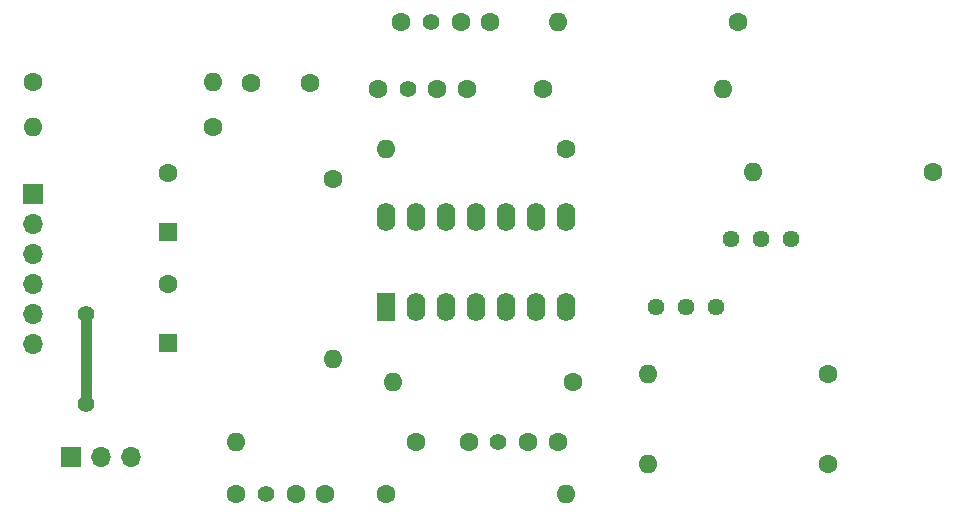
<source format=gbr>
G04 #@! TF.GenerationSoftware,KiCad,Pcbnew,(5.1.6)-1*
G04 #@! TF.CreationDate,2023-11-29T14:37:38+01:00*
G04 #@! TF.ProjectId,AetS_Spectrum_1way,41657453-5f53-4706-9563-7472756d5f31,rev?*
G04 #@! TF.SameCoordinates,Original*
G04 #@! TF.FileFunction,Copper,L1,Top*
G04 #@! TF.FilePolarity,Positive*
%FSLAX46Y46*%
G04 Gerber Fmt 4.6, Leading zero omitted, Abs format (unit mm)*
G04 Created by KiCad (PCBNEW (5.1.6)-1) date 2023-11-29 14:37:38*
%MOMM*%
%LPD*%
G01*
G04 APERTURE LIST*
G04 #@! TA.AperFunction,ComponentPad*
%ADD10R,1.700000X1.700000*%
G04 #@! TD*
G04 #@! TA.AperFunction,ComponentPad*
%ADD11O,1.700000X1.700000*%
G04 #@! TD*
G04 #@! TA.AperFunction,ComponentPad*
%ADD12C,1.400000*%
G04 #@! TD*
G04 #@! TA.AperFunction,ComponentPad*
%ADD13C,1.600000*%
G04 #@! TD*
G04 #@! TA.AperFunction,ComponentPad*
%ADD14R,1.600000X1.600000*%
G04 #@! TD*
G04 #@! TA.AperFunction,ComponentPad*
%ADD15O,1.600000X1.600000*%
G04 #@! TD*
G04 #@! TA.AperFunction,ComponentPad*
%ADD16C,1.440000*%
G04 #@! TD*
G04 #@! TA.AperFunction,ComponentPad*
%ADD17R,1.600000X2.400000*%
G04 #@! TD*
G04 #@! TA.AperFunction,ComponentPad*
%ADD18O,1.600000X2.400000*%
G04 #@! TD*
G04 #@! TA.AperFunction,ViaPad*
%ADD19C,1.400000*%
G04 #@! TD*
G04 #@! TA.AperFunction,Conductor*
%ADD20C,0.900000*%
G04 #@! TD*
G04 APERTURE END LIST*
D10*
X165100000Y-73660000D03*
D11*
X167640000Y-73660000D03*
X170180000Y-73660000D03*
D12*
X181610000Y-76835000D03*
X179110000Y-76835000D03*
D13*
X184150000Y-76835000D03*
X179150000Y-76835000D03*
X173355000Y-59055000D03*
D14*
X173355000Y-64055000D03*
D12*
X201255000Y-72390000D03*
X198755000Y-72390000D03*
D13*
X198835000Y-72390000D03*
X203835000Y-72390000D03*
D14*
X173355000Y-54610000D03*
D13*
X173355000Y-49610000D03*
D12*
X195580000Y-36830000D03*
X193080000Y-36830000D03*
D13*
X198120000Y-36830000D03*
X193120000Y-36830000D03*
D12*
X193635000Y-42545000D03*
X191135000Y-42545000D03*
D13*
X191135000Y-42545000D03*
X196135000Y-42545000D03*
X180340000Y-41990000D03*
X185340000Y-41990000D03*
X179150000Y-76835000D03*
X186650000Y-76835000D03*
X206375000Y-72390000D03*
X198875000Y-72390000D03*
X193080000Y-36830000D03*
X200580000Y-36830000D03*
X198635000Y-42545000D03*
X191135000Y-42545000D03*
D10*
X161925000Y-51435000D03*
D11*
X161925000Y-53975000D03*
X161925000Y-56515000D03*
X161925000Y-59055000D03*
X161925000Y-61595000D03*
X161925000Y-64135000D03*
D13*
X191770000Y-76835000D03*
D15*
X207010000Y-76835000D03*
D13*
X229235000Y-74295000D03*
D15*
X213995000Y-74295000D03*
D13*
X207645000Y-67310000D03*
D15*
X192405000Y-67310000D03*
X179070000Y-72390000D03*
D13*
X194310000Y-72390000D03*
D15*
X213995000Y-66675000D03*
D13*
X229235000Y-66675000D03*
D15*
X187325000Y-65405000D03*
D13*
X187325000Y-50165000D03*
D15*
X206375000Y-36830000D03*
D13*
X221615000Y-36830000D03*
X205105000Y-42545000D03*
D15*
X220345000Y-42545000D03*
D13*
X207010000Y-47625000D03*
D15*
X191770000Y-47625000D03*
X222885000Y-49530000D03*
D13*
X238125000Y-49530000D03*
D15*
X161925000Y-45720000D03*
D13*
X177165000Y-45720000D03*
X161925000Y-41910000D03*
D15*
X177165000Y-41910000D03*
D16*
X219710000Y-60960000D03*
X217170000Y-60960000D03*
X214630000Y-60960000D03*
X220980000Y-55245000D03*
X223520000Y-55245000D03*
X226060000Y-55245000D03*
D17*
X191770000Y-60960000D03*
D18*
X207010000Y-53340000D03*
X194310000Y-60960000D03*
X204470000Y-53340000D03*
X196850000Y-60960000D03*
X201930000Y-53340000D03*
X199390000Y-60960000D03*
X199390000Y-53340000D03*
X201930000Y-60960000D03*
X196850000Y-53340000D03*
X204470000Y-60960000D03*
X194310000Y-53340000D03*
X207010000Y-60960000D03*
X191770000Y-53340000D03*
D19*
X166370000Y-61595000D03*
X166370000Y-69215000D03*
D20*
X166370000Y-61595000D02*
X166370000Y-69215000D01*
M02*

</source>
